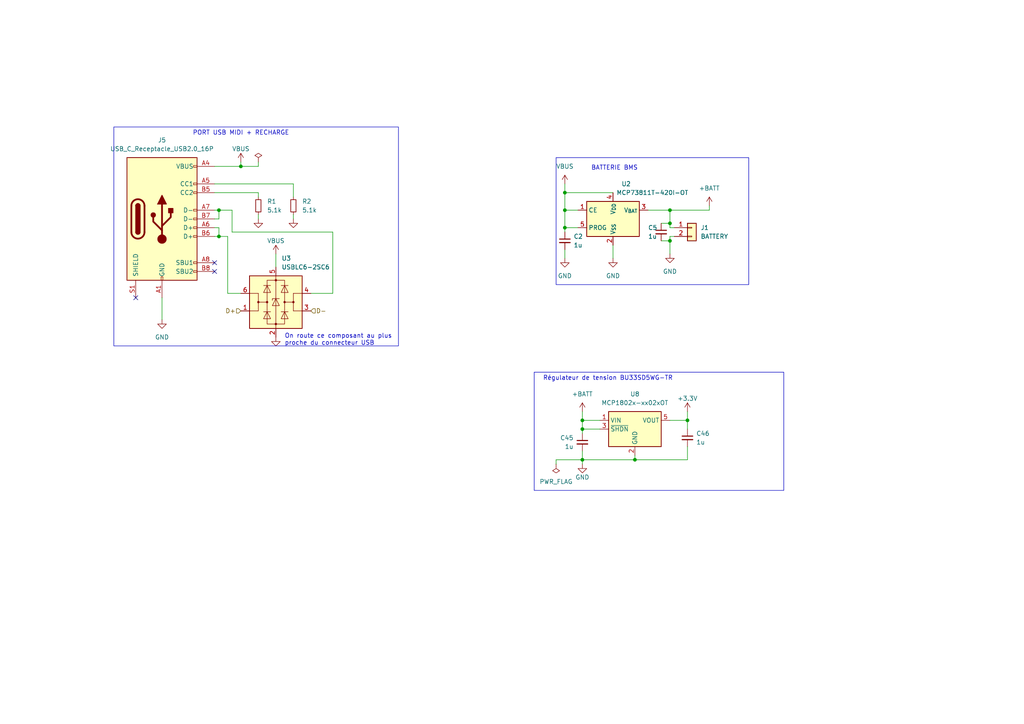
<source format=kicad_sch>
(kicad_sch (version 20231120) (generator "eeschema") (generator_version "8.0")
  (paper "A4")
  (lib_symbols
    (symbol "Battery_Management:MCP73811T-420I-OT"
      (property "Reference" "U" (at -6.35 6.35 0))
      (property "Value" "MCP73811T-420I-OT" (at 1.27 6.35 0))
      (symbol "MCP73811T-420I-OT_0_1"
        (rectangle (start -7.62 5.08) (end 7.62 -5.08) (stroke (width 0.254)) (fill (type background)))
      )
      (symbol "MCP73811T-420I-OT_1_1"
        (pin input line (at -10.16 2.54 0) (length 2.54) (name "CE") (number "1"))
        (pin power_in line (at 0 -7.62 90) (length 2.54) (name "V_{SS}") (number "2"))
        (pin power_out line (at 10.16 2.54 180) (length 2.54) (name "V_{BAT}") (number "3"))
        (pin power_in line (at 0 7.62 270) (length 2.54) (name "V_{DD}") (number "4"))
        (pin input line (at -10.16 -2.54 0) (length 2.54) (name "PROG") (number "5"))
      )
    )
    (symbol "Connector:USB_C_Receptacle_USB2.0_16P" (pin_names (offset 1.016))
      (property "Reference" "J" (at 0 22.225 0))
      (property "Value" "USB_C_Receptacle_USB2.0_16P" (at 0 19.685 0))
      (symbol "USB_C_Receptacle_USB2.0_16P_0_0"
        (rectangle (start -0.254 -17.78) (end 0.254 -16.764))
        (rectangle (start 10.16 -14.986) (end 9.144 -15.494))
        (rectangle (start 10.16 -12.446) (end 9.144 -12.954))
        (rectangle (start 10.16 -4.826) (end 9.144 -5.334))
        (rectangle (start 10.16 -2.286) (end 9.144 -2.794))
        (rectangle (start 10.16 0.254) (end 9.144 -0.254))
        (rectangle (start 10.16 2.794) (end 9.144 2.286))
        (rectangle (start 10.16 7.874) (end 9.144 7.366))
        (rectangle (start 10.16 10.414) (end 9.144 9.906))
        (rectangle (start 10.16 15.494) (end 9.144 14.986))
      )
      (symbol "USB_C_Receptacle_USB2.0_16P_0_1"
        (rectangle (start -10.16 17.78) (end 10.16 -17.78) (stroke (width 0.254)) (fill (type background)))
        (arc (start -8.89 -3.81) (mid -6.985 -5.7067) (end -5.08 -3.81) (stroke (width 0.508)))
        (arc (start -7.62 -3.81) (mid -6.985 -4.4423) (end -6.35 -3.81) (stroke (width 0.254)))
        (arc (start -7.62 -3.81) (mid -6.985 -4.4423) (end -6.35 -3.81) (stroke (width 0.254)) (fill (type outline)))
        (rectangle (start -7.62 -3.81) (end -6.35 3.81) (stroke (width 0.254)) (fill (type outline)))
        (arc (start -6.35 3.81) (mid -6.985 4.4423) (end -7.62 3.81) (stroke (width 0.254)))
        (arc (start -6.35 3.81) (mid -6.985 4.4423) (end -7.62 3.81) (stroke (width 0.254)) (fill (type outline)))
        (arc (start -5.08 3.81) (mid -6.985 5.7067) (end -8.89 3.81) (stroke (width 0.508)))
        (circle (center -2.54 1.143) (radius 0.635) (stroke (width 0.254)) (fill (type outline)))
        (circle (center 0 -5.842) (radius 1.27) (fill (type outline)))
        (polyline (pts (xy -8.89 -3.81) (xy -8.89 3.81)) (stroke (width 0.508)))
        (polyline (pts (xy -5.08 3.81) (xy -5.08 -3.81)) (stroke (width 0.508)))
        (polyline (pts (xy 0 -5.842) (xy 0 4.318)) (stroke (width 0.508)))
        (polyline (pts (xy 0 -3.302) (xy -2.54 -0.762) (xy -2.54 0.508)) (stroke (width 0.508)))
        (polyline (pts (xy 0 -2.032) (xy 2.54 0.508) (xy 2.54 1.778)) (stroke (width 0.508)))
        (polyline (pts (xy -1.27 4.318) (xy 0 6.858) (xy 1.27 4.318) (xy -1.27 4.318)) (stroke (width 0.254)) (fill (type outline)))
        (rectangle (start 1.905 1.778) (end 3.175 3.048) (stroke (width 0.254)) (fill (type outline)))
      )
      (symbol "USB_C_Receptacle_USB2.0_16P_1_1"
        (pin passive line (at 0 -22.86 90) (length 5.08) (name "GND") (number "A1"))
        (pin passive line (at 0 -22.86 90) (length 5.08) hide (name "GND") (number "A12"))
        (pin passive line (at 15.24 15.24 180) (length 5.08) (name "VBUS") (number "A4"))
        (pin bidirectional line (at 15.24 10.16 180) (length 5.08) (name "CC1") (number "A5"))
        (pin bidirectional line (at 15.24 -2.54 180) (length 5.08) (name "D+") (number "A6"))
        (pin bidirectional line (at 15.24 2.54 180) (length 5.08) (name "D-") (number "A7"))
        (pin bidirectional line (at 15.24 -12.7 180) (length 5.08) (name "SBU1") (number "A8"))
        (pin passive line (at 15.24 15.24 180) (length 5.08) hide (name "VBUS") (number "A9"))
        (pin passive line (at 0 -22.86 90) (length 5.08) hide (name "GND") (number "B1"))
        (pin passive line (at 0 -22.86 90) (length 5.08) hide (name "GND") (number "B12"))
        (pin passive line (at 15.24 15.24 180) (length 5.08) hide (name "VBUS") (number "B4"))
        (pin bidirectional line (at 15.24 7.62 180) (length 5.08) (name "CC2") (number "B5"))
        (pin bidirectional line (at 15.24 -5.08 180) (length 5.08) (name "D+") (number "B6"))
        (pin bidirectional line (at 15.24 0 180) (length 5.08) (name "D-") (number "B7"))
        (pin bidirectional line (at 15.24 -15.24 180) (length 5.08) (name "SBU2") (number "B8"))
        (pin passive line (at 15.24 15.24 180) (length 5.08) hide (name "VBUS") (number "B9"))
        (pin passive line (at -7.62 -22.86 90) (length 5.08) (name "SHIELD") (number "S1"))
      )
    )
    (symbol "Connector_Generic:Conn_01x02" (pin_names (offset 1.016) hide)
      (property "Reference" "J" (at 0 2.54 0))
      (property "Value" "Conn_01x02" (at 0 -5.08 0))
      (symbol "Conn_01x02_1_1"
        (rectangle (start -1.27 -2.413) (end 0 -2.667) (stroke (width 0.1524)))
        (rectangle (start -1.27 0.127) (end 0 -0.127) (stroke (width 0.1524)))
        (rectangle (start -1.27 1.27) (end 1.27 -3.81) (stroke (width 0.254)) (fill (type background)))
        (pin passive line (at -5.08 0 0) (length 3.81) (name "Pin_1") (number "1"))
        (pin passive line (at -5.08 -2.54 0) (length 3.81) (name "Pin_2") (number "2"))
      )
    )
    (symbol "Device:C_Small" (pin_numbers hide) (pin_names (offset 0.254) hide)
      (property "Reference" "C" (at 0.254 1.778 0))
      (property "Value" "C_Small" (at 0.254 -2.032 0))
      (symbol "C_Small_0_1"
        (polyline (pts (xy -1.524 -0.508) (xy 1.524 -0.508)) (stroke (width 0.3302)))
        (polyline (pts (xy -1.524 0.508) (xy 1.524 0.508)) (stroke (width 0.3048)))
      )
      (symbol "C_Small_1_1"
        (pin passive line (at 0 2.54 270) (length 2.032) (name "~") (number "1"))
        (pin passive line (at 0 -2.54 90) (length 2.032) (name "~") (number "2"))
      )
    )
    (symbol "Device:R_Small" (pin_numbers hide) (pin_names (offset 0.254) hide)
      (property "Reference" "R" (at 0.762 0.508 0))
      (property "Value" "R_Small" (at 0.762 -1.016 0))
      (symbol "R_Small_0_1"
        (rectangle (start -0.762 1.778) (end 0.762 -1.778) (stroke (width 0.2032)))
      )
      (symbol "R_Small_1_1"
        (pin passive line (at 0 2.54 270) (length 0.762) (name "~") (number "1"))
        (pin passive line (at 0 -2.54 90) (length 0.762) (name "~") (number "2"))
      )
    )
    (symbol "Power_Protection:USBLC6-2SC6" (pin_names hide)
      (property "Reference" "U" (at 2.54 8.89 0))
      (property "Value" "USBLC6-2SC6" (at 2.54 -8.89 0))
      (symbol "USBLC6-2SC6_0_1"
        (rectangle (start -7.62 -7.62) (end 7.62 7.62) (stroke (width 0.254)) (fill (type background)))
        (circle (center -5.08 0) (radius 0.254) (fill (type outline)))
        (circle (center -2.54 0) (radius 0.254) (fill (type outline)))
        (rectangle (start -2.54 6.35) (end 2.54 -6.35))
        (circle (center 0 -6.35) (radius 0.254) (fill (type outline)))
        (polyline (pts (xy -5.08 -2.54) (xy -7.62 -2.54)))
        (polyline (pts (xy -5.08 0) (xy -5.08 -2.54)))
        (polyline (pts (xy -5.08 2.54) (xy -7.62 2.54)))
        (polyline (pts (xy -1.524 -2.794) (xy -3.556 -2.794)))
        (polyline (pts (xy -1.524 4.826) (xy -3.556 4.826)))
        (polyline (pts (xy 0 -7.62) (xy 0 -6.35)))
        (polyline (pts (xy 0 -6.35) (xy 0 1.27)))
        (polyline (pts (xy 0 1.27) (xy 0 6.35)))
        (polyline (pts (xy 0 6.35) (xy 0 7.62)))
        (polyline (pts (xy 1.524 -2.794) (xy 3.556 -2.794)))
        (polyline (pts (xy 1.524 4.826) (xy 3.556 4.826)))
        (polyline (pts (xy 5.08 -2.54) (xy 7.62 -2.54)))
        (polyline (pts (xy 5.08 0) (xy 5.08 -2.54)))
        (polyline (pts (xy 5.08 2.54) (xy 7.62 2.54)))
        (polyline (pts (xy -2.54 0) (xy -5.08 0) (xy -5.08 2.54)))
        (polyline (pts (xy 2.54 0) (xy 5.08 0) (xy 5.08 2.54)))
        (polyline (pts (xy -3.556 -4.826) (xy -1.524 -4.826) (xy -2.54 -2.794) (xy -3.556 -4.826)))
        (polyline (pts (xy -3.556 2.794) (xy -1.524 2.794) (xy -2.54 4.826) (xy -3.556 2.794)))
        (polyline (pts (xy -1.016 -1.016) (xy 1.016 -1.016) (xy 0 1.016) (xy -1.016 -1.016)))
        (polyline (pts (xy 1.016 1.016) (xy 0.762 1.016) (xy -1.016 1.016) (xy -1.016 0.508)))
        (polyline (pts (xy 3.556 -4.826) (xy 1.524 -4.826) (xy 2.54 -2.794) (xy 3.556 -4.826)))
        (polyline (pts (xy 3.556 2.794) (xy 1.524 2.794) (xy 2.54 4.826) (xy 3.556 2.794)))
        (circle (center 0 6.35) (radius 0.254) (fill (type outline)))
        (circle (center 2.54 0) (radius 0.254) (fill (type outline)))
        (circle (center 5.08 0) (radius 0.254) (fill (type outline)))
      )
      (symbol "USBLC6-2SC6_1_1"
        (pin passive line (at -10.16 -2.54 0) (length 2.54) (name "I/O1") (number "1"))
        (pin passive line (at 0 -10.16 90) (length 2.54) (name "GND") (number "2"))
        (pin passive line (at 10.16 -2.54 180) (length 2.54) (name "I/O2") (number "3"))
        (pin passive line (at 10.16 2.54 180) (length 2.54) (name "I/O2") (number "4"))
        (pin passive line (at 0 10.16 270) (length 2.54) (name "VBUS") (number "5"))
        (pin passive line (at -10.16 2.54 0) (length 2.54) (name "I/O1") (number "6"))
      )
    )
    (symbol "Regulator_Linear:MCP1802x-xx02xOT"
      (property "Reference" "U" (at -6.35 6.35 0))
      (property "Value" "MCP1802x-xx02xOT" (at 0 6.35 0))
      (symbol "MCP1802x-xx02xOT_0_1"
        (rectangle (start -7.62 5.08) (end 7.62 -5.08) (stroke (width 0.254)) (fill (type background)))
      )
      (symbol "MCP1802x-xx02xOT_1_1"
        (pin power_in line (at -10.16 2.54 0) (length 2.54) (name "VIN") (number "1"))
        (pin power_in line (at 0 -7.62 90) (length 2.54) (name "GND") (number "2"))
        (pin input line (at -10.16 0 0) (length 2.54) (name "~{SHDN}") (number "3"))
        (pin no_connect line (at 7.62 0 180) (length 2.54) hide (name "NC") (number "4"))
        (pin power_out line (at 10.16 2.54 180) (length 2.54) (name "VOUT") (number "5"))
      )
    )
    (symbol "power:+3.3V" (power) (pin_names (offset 0))
      (property "Value" "+3.3V" (at 0 3.556 0))
      (symbol "+3.3V_0_1"
        (polyline (pts (xy -0.762 1.27) (xy 0 2.54)))
        (polyline (pts (xy 0 0) (xy 0 2.54)))
        (polyline (pts (xy 0 2.54) (xy 0.762 1.27)))
      )
      (symbol "+3.3V_1_1"
        (pin power_in line (at 0 0 90) (length 0) hide (name "+3.3V") (number "1"))
      )
    )
    (symbol "power:+BATT" (power) (pin_names (offset 0))
      (property "Value" "+BATT" (at 0 3.556 0))
      (symbol "+BATT_0_1"
        (polyline (pts (xy -0.762 1.27) (xy 0 2.54)))
        (polyline (pts (xy 0 0) (xy 0 2.54)))
        (polyline (pts (xy 0 2.54) (xy 0.762 1.27)))
      )
      (symbol "+BATT_1_1"
        (pin power_in line (at 0 0 90) (length 0) hide (name "+BATT") (number "1"))
      )
    )
    (symbol "power:GND" (power) (pin_names (offset 0))
      (property "Value" "GND" (at 0 -3.81 0))
      (symbol "GND_0_1"
        (polyline (pts (xy 0 0) (xy 0 -1.27) (xy 1.27 -1.27) (xy 0 -2.54) (xy -1.27 -1.27) (xy 0 -1.27)))
      )
      (symbol "GND_1_1"
        (pin power_in line (at 0 0 270) (length 0) hide (name "GND") (number "1"))
      )
    )
    (symbol "power:PWR_FLAG" (power) (pin_numbers hide) (pin_names (offset 0) hide)
      (property "Value" "PWR_FLAG" (at 0 3.81 0))
      (symbol "PWR_FLAG_0_0"
        (pin power_out line (at 0 0 90) (length 0) (name "pwr") (number "1"))
      )
      (symbol "PWR_FLAG_0_1"
        (polyline (pts (xy 0 0) (xy 0 1.27) (xy -1.016 1.905) (xy 0 2.54) (xy 1.016 1.905) (xy 0 1.27)))
      )
    )
    (symbol "power:VBUS" (power) (pin_names (offset 0))
      (property "Value" "VBUS" (at 0 3.81 0))
      (symbol "VBUS_0_1"
        (polyline (pts (xy -0.762 1.27) (xy 0 2.54)))
        (polyline (pts (xy 0 0) (xy 0 2.54)))
        (polyline (pts (xy 0 2.54) (xy 0.762 1.27)))
      )
      (symbol "VBUS_1_1"
        (pin power_in line (at 0 0 90) (length 0) hide (name "VBUS") (number "1"))
      )
    )
  )
  (junction (at 168.91 133.35))
  (junction (at 69.85 48.26))
  (junction (at 163.83 55.88))
  (junction (at 184.15 133.35))
  (junction (at 199.39 121.92))
  (junction (at 194.31 64.77))
  (junction (at 63.5 60.96))
  (junction (at 168.91 121.92))
  (junction (at 163.83 66.04))
  (junction (at 168.91 124.46))
  (junction (at 63.5 68.58))
  (junction (at 163.83 60.96))
  (junction (at 194.31 69.85))
  (junction (at 194.31 60.96))
  (no_connect (at 62.23 78.74))
  (no_connect (at 39.37 86.36))
  (no_connect (at 62.23 76.2))
  (wire (pts (xy 67.31 67.31) (xy 67.31 60.96)))
  (wire (pts (xy 163.83 60.96) (xy 167.64 60.96)))
  (wire (pts (xy 63.5 66.04) (xy 63.5 68.58)))
  (wire (pts (xy 62.23 48.26) (xy 69.85 48.26)))
  (wire (pts (xy 191.77 64.77) (xy 194.31 64.77)))
  (wire (pts (xy 96.52 67.31) (xy 67.31 67.31)))
  (wire (pts (xy 168.91 121.92) (xy 173.99 121.92)))
  (wire (pts (xy 194.31 69.85) (xy 194.31 73.66)))
  (wire (pts (xy 199.39 121.92) (xy 199.39 124.46)))
  (wire (pts (xy 66.04 85.09) (xy 69.85 85.09)))
  (wire (pts (xy 80.01 73.66) (xy 80.01 77.47)))
  (wire (pts (xy 63.5 68.58) (xy 66.04 68.58)))
  (wire (pts (xy 168.91 133.35) (xy 168.91 134.62)))
  (wire (pts (xy 205.74 59.69) (xy 205.74 60.96)))
  (wire (pts (xy 62.23 66.04) (xy 63.5 66.04)))
  (wire (pts (xy 163.83 55.88) (xy 163.83 60.96)))
  (wire (pts (xy 163.83 72.39) (xy 163.83 74.93)))
  (wire (pts (xy 62.23 63.5) (xy 63.5 63.5)))
  (wire (pts (xy 63.5 63.5) (xy 63.5 60.96)))
  (wire (pts (xy 74.93 46.99) (xy 74.93 48.26)))
  (wire (pts (xy 161.29 133.35) (xy 168.91 133.35)))
  (wire (pts (xy 161.29 134.62) (xy 161.29 133.35)))
  (wire (pts (xy 63.5 60.96) (xy 67.31 60.96)))
  (wire (pts (xy 205.74 60.96) (xy 194.31 60.96)))
  (wire (pts (xy 74.93 55.88) (xy 74.93 57.15)))
  (wire (pts (xy 195.58 68.58) (xy 194.31 68.58)))
  (wire (pts (xy 46.99 86.36) (xy 46.99 92.71)))
  (wire (pts (xy 62.23 55.88) (xy 74.93 55.88)))
  (wire (pts (xy 74.93 62.23) (xy 74.93 63.5)))
  (wire (pts (xy 199.39 129.54) (xy 199.39 133.35)))
  (wire (pts (xy 184.15 133.35) (xy 184.15 132.08)))
  (wire (pts (xy 194.31 121.92) (xy 199.39 121.92)))
  (wire (pts (xy 66.04 68.58) (xy 66.04 85.09)))
  (wire (pts (xy 69.85 46.99) (xy 69.85 48.26)))
  (wire (pts (xy 168.91 124.46) (xy 168.91 125.73)))
  (wire (pts (xy 85.09 62.23) (xy 85.09 63.5)))
  (wire (pts (xy 195.58 66.04) (xy 194.31 66.04)))
  (wire (pts (xy 173.99 124.46) (xy 168.91 124.46)))
  (wire (pts (xy 167.64 66.04) (xy 163.83 66.04)))
  (wire (pts (xy 163.83 66.04) (xy 163.83 60.96)))
  (wire (pts (xy 187.96 60.96) (xy 194.31 60.96)))
  (wire (pts (xy 168.91 121.92) (xy 168.91 119.38)))
  (wire (pts (xy 90.17 85.09) (xy 96.52 85.09)))
  (wire (pts (xy 168.91 130.81) (xy 168.91 133.35)))
  (wire (pts (xy 85.09 53.34) (xy 85.09 57.15)))
  (wire (pts (xy 163.83 66.04) (xy 163.83 67.31)))
  (wire (pts (xy 191.77 69.85) (xy 194.31 69.85)))
  (wire (pts (xy 194.31 68.58) (xy 194.31 69.85)))
  (wire (pts (xy 184.15 133.35) (xy 199.39 133.35)))
  (wire (pts (xy 62.23 60.96) (xy 63.5 60.96)))
  (wire (pts (xy 62.23 53.34) (xy 85.09 53.34)))
  (wire (pts (xy 163.83 55.88) (xy 177.8 55.88)))
  (wire (pts (xy 74.93 48.26) (xy 69.85 48.26)))
  (wire (pts (xy 177.8 71.12) (xy 177.8 74.93)))
  (wire (pts (xy 194.31 64.77) (xy 194.31 66.04)))
  (wire (pts (xy 199.39 121.92) (xy 199.39 119.38)))
  (wire (pts (xy 163.83 53.34) (xy 163.83 55.88)))
  (wire (pts (xy 62.23 68.58) (xy 63.5 68.58)))
  (wire (pts (xy 194.31 60.96) (xy 194.31 64.77)))
  (wire (pts (xy 168.91 133.35) (xy 184.15 133.35)))
  (wire (pts (xy 168.91 124.46) (xy 168.91 121.92)))
  (wire (pts (xy 96.52 85.09) (xy 96.52 67.31)))
  (rectangle (start 154.94 107.95) (end 227.33 142.24))
  (rectangle (start 161.29 45.72) (end 217.17 82.55))
  (rectangle (start 33.02 36.83) (end 115.57 100.33))
  (text "Régulateur de tension BU33SD5WG-TR" (at 157.48 110.49 0) (effects (font (size 1.27 1.27)) (justify left bottom)))
  (text "On route ce composant au plus \nproche du connecteur USB" (at 82.55 100.33 0) (effects (font (size 1.27 1.27)) (justify left bottom)))
  (text "BATTERIE BMS " (at 171.45 49.53 0) (effects (font (size 1.27 1.27)) (justify left bottom)))
  (text "PORT USB MIDI + RECHARGE" (at 55.88 39.37 0) (effects (font (size 1.27 1.27)) (justify left bottom)))
  (hierarchical_label "D-" (shape input) (at 90.17 90.17 0))
  (hierarchical_label "D+" (shape input) (at 69.85 90.17 180))
  (symbol (lib_id "power:GND") (at 85.09 63.5 0) (unit 1)
    (property "Reference" "#PWR018" (effects (hide yes)))
    (property "Value" "GND" (effects (hide yes)))
  )
  (symbol (lib_id "power:+BATT") (at 168.91 119.38 0) (unit 1)
    (property "Reference" "#PWR051" (effects (hide yes)))
    (property "Value" "+BATT" (at 168.91 114.3 0))
  )
  (symbol (lib_id "Device:C_Small") (at 191.77 67.31 0) (unit 1)
    (property "Reference" "C5" (at 187.96 66.04 0) (effects (justify left)))
    (property "Value" "1u" (at 187.96 68.58 0) (effects (justify left)))
    (property "Footprint" "Capacitor_SMD:C_0603_1608Metric" (effects (hide yes)))
  )
  (symbol (lib_id "power:GND") (at 74.93 63.5 0) (unit 1)
    (property "Reference" "#PWR015" (effects (hide yes)))
    (property "Value" "GND" (effects (hide yes)))
  )
  (symbol (lib_id "Device:C_Small") (at 199.39 127 0) (unit 1)
    (property "Reference" "C46" (at 201.93 125.7363 0) (effects (justify left)))
    (property "Value" "1u" (at 201.93 128.27 0) (effects (justify left)))
    (property "Footprint" "Capacitor_SMD:C_0603_1608Metric_Pad1.08x0.95mm_HandSolder" (effects (hide yes)))
  )
  (symbol (lib_id "Regulator_Linear:MCP1802x-xx02xOT") (at 184.15 124.46 0) (unit 1)
    (property "Reference" "U8" (at 184.15 114.3 0))
    (property "Value" "MCP1802x-xx02xOT" (at 184.15 116.84 0))
    (property "Footprint" "Package_TO_SOT_SMD:SOT-23-5" (effects (hide yes)))
    (property "Datasheet" "http://ww1.microchip.com/downloads/en/DeviceDoc/22053C.pdf" (effects (hide yes)))
  )
  (symbol (lib_id "Power_Protection:USBLC6-2SC6") (at 80.01 87.63 0) (unit 1)
    (property "Reference" "U3" (at 81.6611 74.93 0) (effects (justify left)))
    (property "Value" "USBLC6-2SC6" (at 81.6611 77.47 0) (effects (justify left)))
    (property "Footprint" "Package_TO_SOT_SMD:SOT-23-6" (effects (hide yes)))
    (property "Datasheet" "https://www.st.com/resource/en/datasheet/usblc6-2.pdf" (effects (hide yes)))
  )
  (symbol (lib_id "Connector:USB_C_Receptacle_USB2.0_16P") (at 46.99 63.5 0) (unit 1)
    (property "Reference" "J5" (at 46.99 40.64 0))
    (property "Value" "USB_C_Receptacle_USB2.0_16P" (at 46.99 43.18 0))
    (property "Footprint" "Connector_USB:USB_C_Receptacle_GCT_USB4105-xx-A_16P_TopMnt_Horizontal" (effects (hide yes)))
    (property "Datasheet" "https://www.usb.org/sites/default/files/documents/usb_type-c.zip" (effects (hide yes)))
  )
  (symbol (lib_id "Device:R_Small") (at 74.93 59.69 0) (unit 1)
    (property "Reference" "R1" (at 77.47 58.42 0) (effects (justify left)))
    (property "Value" "5.1k" (at 77.47 60.96 0) (effects (justify left)))
    (property "Footprint" "Resistor_SMD:R_0603_1608Metric" (effects (hide yes)))
  )
  (symbol (lib_id "power:GND") (at 168.91 134.62 0) (unit 1)
    (property "Reference" "#PWR050" (effects (hide yes)))
    (property "Value" "GND" (at 168.91 138.43 0))
  )
  (symbol (lib_id "power:VBUS") (at 80.01 73.66 0) (unit 1)
    (property "Reference" "#PWR016" (effects (hide yes)))
    (property "Value" "VBUS" (at 80.01 69.85 0))
  )
  (symbol (lib_id "Connector_Generic:Conn_01x02") (at 200.66 66.04 0) (unit 1)
    (property "Reference" "J1" (at 203.2 66.04 0) (effects (justify left)))
    (property "Value" "BATTERY" (at 203.2 68.58 0) (effects (justify left)))
    (property "Footprint" "Connector_JST:JST_XH_S2B-XH-A_1x02_P2.50mm_Horizontal" (effects (hide yes)))
  )
  (symbol (lib_id "power:GND") (at 194.31 73.66 0) (unit 1)
    (property "Reference" "#PWR011" (effects (hide yes)))
    (property "Value" "GND" (at 194.31 78.74 0))
  )
  (symbol (lib_id "power:GND") (at 46.99 92.71 0) (unit 1)
    (property "Reference" "#PWR013" (effects (hide yes)))
    (property "Value" "GND" (at 46.99 97.79 0))
  )
  (symbol (lib_id "power:GND") (at 80.01 97.79 0) (unit 1)
    (property "Reference" "#PWR017" (effects (hide yes)))
    (property "Value" "GND" (effects (hide yes)))
  )
  (symbol (lib_id "power:VBUS") (at 163.83 53.34 0) (unit 1)
    (property "Reference" "#PWR02" (effects (hide yes)))
    (property "Value" "VBUS" (at 163.83 48.26 0))
  )
  (symbol (lib_id "power:+3.3V") (at 199.39 119.38 0) (unit 1)
    (property "Reference" "#PWR054" (effects (hide yes)))
    (property "Value" "+3.3V" (at 199.39 115.57 0))
  )
  (symbol (lib_id "Device:R_Small") (at 85.09 59.69 0) (unit 1)
    (property "Reference" "R2" (at 87.63 58.42 0) (effects (justify left)))
    (property "Value" "5.1k" (at 87.63 60.96 0) (effects (justify left)))
    (property "Footprint" "Resistor_SMD:R_0603_1608Metric" (effects (hide yes)))
  )
  (symbol (lib_id "power:GND") (at 163.83 74.93 0) (unit 1)
    (property "Reference" "#PWR03" (effects (hide yes)))
    (property "Value" "GND" (at 163.83 80.01 0))
  )
  (symbol (lib_id "power:GND") (at 177.8 74.93 0) (unit 1)
    (property "Reference" "#PWR06" (effects (hide yes)))
    (property "Value" "GND" (at 177.8 80.01 0))
  )
  (symbol (lib_id "power:PWR_FLAG") (at 161.29 134.62 0) (mirror x) (unit 1)
    (property "Reference" "#FLG02" (effects (hide yes)))
    (property "Value" "PWR_FLAG" (at 161.29 139.7 0))
  )
  (symbol (lib_id "Device:C_Small") (at 168.91 128.27 0) (mirror y) (unit 1)
    (property "Reference" "C45" (at 166.37 127.0063 0) (effects (justify left)))
    (property "Value" "1u" (at 166.37 129.54 0) (effects (justify left)))
    (property "Footprint" "Capacitor_SMD:C_0603_1608Metric_Pad1.08x0.95mm_HandSolder" (effects (hide yes)))
  )
  (symbol (lib_id "Device:C_Small") (at 163.83 69.85 0) (unit 1)
    (property "Reference" "C2" (at 166.37 68.5863 0) (effects (justify left)))
    (property "Value" "1u" (at 166.37 71.1263 0) (effects (justify left)))
    (property "Footprint" "Capacitor_SMD:C_0603_1608Metric" (effects (hide yes)))
  )
  (symbol (lib_id "power:VBUS") (at 69.85 46.99 0) (unit 1)
    (property "Reference" "#PWR014" (effects (hide yes)))
    (property "Value" "VBUS" (at 69.85 43.18 0))
  )
  (symbol (lib_id "power:+BATT") (at 205.74 59.69 0) (unit 1)
    (property "Reference" "#PWR049" (effects (hide yes)))
    (property "Value" "+BATT" (at 205.74 54.61 0))
  )
  (symbol (lib_id "Battery_Management:MCP73811T-420I-OT") (at 177.8 63.5 0) (unit 1)
    (property "Reference" "U2" (at 181.61 53.34 0))
    (property "Value" "MCP73811T-420I-OT" (at 189.23 55.88 0))
    (property "Footprint" "Package_TO_SOT_SMD:SOT-23-5" (effects (hide yes)))
    (property "Datasheet" "http://ww1.microchip.com/downloads/en/DeviceDoc/22036b.pdf" (effects (hide yes)))
  )
  (symbol (lib_id "power:PWR_FLAG") (at 74.93 46.99 0) (unit 1)
    (property "Reference" "#FLG01" (effects (hide yes)))
    (property "Value" "PWR_FLAG" (effects (hide yes)))
  )
)
</source>
